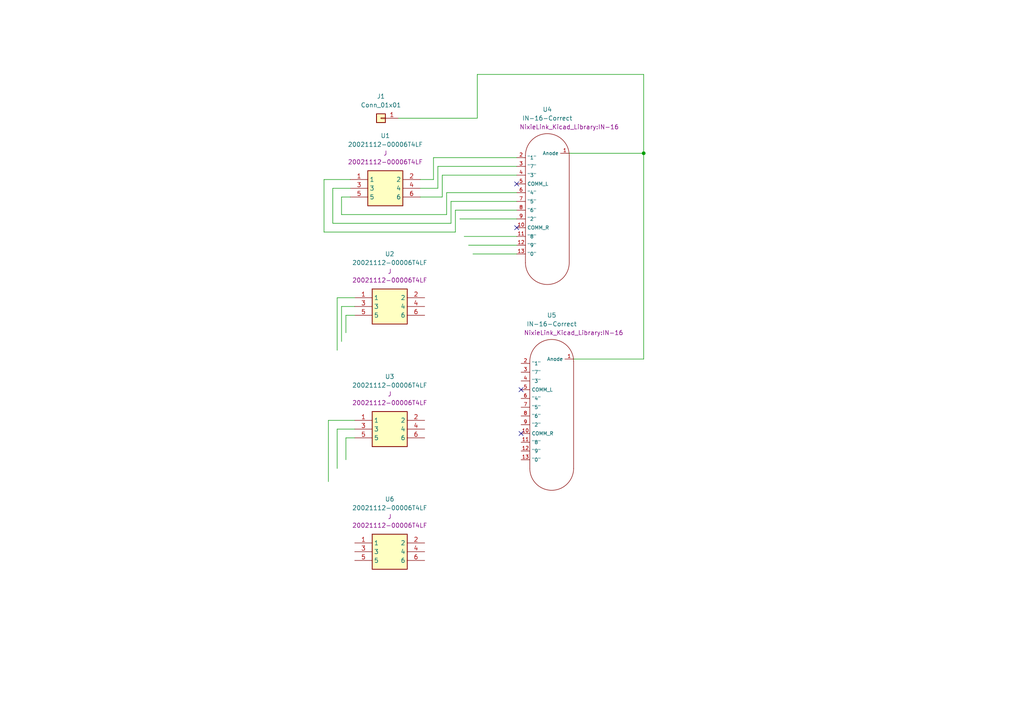
<source format=kicad_sch>
(kicad_sch (version 20211123) (generator eeschema)
  (paper "A4")
  (lib_symbols
    (symbol "20021112-00006T4LF:20021112-00006T4LF"
      (property "Value" "20021112-00006T4LF" (at 0 0 0))
      (property "Reference_1" "J" (at 16.51 7.62 0))
      (property "Value_1" "20021112-00006T4LF" (at 16.51 5.08 0))
      (symbol "20021112-00006T4LF_1_1"
        (rectangle (start 5.08 2.54) (end 15.24 -7.62) (stroke (width 0.254)) (fill (type background)))
        (pin passive line (at 0 0 0) (length 5.08) (name "1") (number "1"))
        (pin passive line (at 20.32 0 180) (length 5.08) (name "2") (number "2"))
        (pin passive line (at 0 -2.54 0) (length 5.08) (name "3") (number "3"))
        (pin passive line (at 20.32 -2.54 180) (length 5.08) (name "4") (number "4"))
        (pin passive line (at 0 -5.08 0) (length 5.08) (name "5") (number "5"))
        (pin passive line (at 20.32 -5.08 180) (length 5.08) (name "6") (number "6"))
      )
    )
    (symbol "Connector_Generic:Conn_01x01" (pin_names (offset 1.016) hide)
      (property "Reference" "J" (at 0 2.54 0))
      (property "Value" "Conn_01x01" (at 0 -2.54 0))
      (symbol "Conn_01x01_1_1"
        (rectangle (start -1.27 0.127) (end 0 -0.127) (stroke (width 0.1524)))
        (rectangle (start -1.27 1.27) (end 1.27 -1.27) (stroke (width 0.254)) (fill (type background)))
        (pin passive line (at -5.08 0 0) (length 3.81) (name "Pin_1") (number "1"))
      )
    )
    (symbol "NixieLink_Kicad_Library:IN-16-Correct"
      (property "Reference" "U" (at 0 22.86 0))
      (property "Value" "IN-16-Correct" (at 1.27 26.67 0))
      (symbol "IN-16-Correct_1_0"
        (polyline (pts (xy -6.35 -16.51) (xy -6.35 14.605)))
        (polyline (pts (xy 6.35 -16.51) (xy 6.35 14.605)))
      )
      (symbol "IN-16-Correct_1_1"
        (arc (start -6.35 -16.51) (mid 0 -22.86) (end 6.35 -16.51))
        (arc (start 6.35 14.605) (mid 0 20.955) (end -6.35 14.605))
        (pin bidirectional line (at 6.35 15.24 180) (length 2.54) (name "Anode") (number "1"))
        (pin bidirectional line (at -8.89 -6.35 0) (length 2.54) (name "COMM_R") (number "10"))
        (pin bidirectional line (at -8.89 -8.89 0) (length 2.54) (name "\"8\"") (number "11"))
        (pin bidirectional line (at -8.89 -11.43 0) (length 2.54) (name "\"9\"") (number "12"))
        (pin bidirectional line (at -8.89 -13.97 0) (length 2.54) (name "\"0\"") (number "13"))
        (pin bidirectional line (at -8.89 13.97 0) (length 2.54) (name "\"1\"") (number "2"))
        (pin bidirectional line (at -8.89 11.43 0) (length 2.54) (name "\"7\"") (number "3"))
        (pin bidirectional line (at -8.89 8.89 0) (length 2.54) (name "\"3\"") (number "4"))
        (pin bidirectional line (at -8.89 6.35 0) (length 2.54) (name "COMM_L") (number "5"))
        (pin bidirectional line (at -8.89 3.81 0) (length 2.54) (name "\"4\"") (number "6"))
        (pin bidirectional line (at -8.89 1.27 0) (length 2.54) (name "\"5\"") (number "7"))
        (pin bidirectional line (at -8.89 -1.27 0) (length 2.54) (name "\"6\"") (number "8"))
        (pin bidirectional line (at -8.89 -3.81 0) (length 2.54) (name "\"2\"") (number "9"))
      )
    )
  )
  (junction (at 186.69 44.45))
  (no_connect (at 149.86 66.04))
  (no_connect (at 151.13 125.73))
  (no_connect (at 151.13 113.03))
  (no_connect (at 149.86 53.34))
  (wire (pts (xy 186.69 104.14) (xy 186.69 44.45)))
  (wire (pts (xy 97.79 135.89) (xy 97.79 124.46)))
  (wire (pts (xy 93.98 52.07) (xy 101.6 52.07)))
  (wire (pts (xy 99.06 62.23) (xy 99.06 57.15)))
  (wire (pts (xy 100.33 91.44) (xy 102.87 91.44)))
  (wire (pts (xy 99.06 57.15) (xy 101.6 57.15)))
  (wire (pts (xy 125.73 45.72) (xy 125.73 52.07)))
  (wire (pts (xy 125.73 52.07) (xy 121.92 52.07)))
  (wire (pts (xy 121.92 54.61) (xy 127 54.61)))
  (wire (pts (xy 96.52 64.77) (xy 130.81 64.77)))
  (wire (pts (xy 130.81 58.42) (xy 149.86 58.42)))
  (wire (pts (xy 99.06 88.9) (xy 99.06 99.06)))
  (wire (pts (xy 186.69 44.45) (xy 186.69 21.59)))
  (wire (pts (xy 127 54.61) (xy 127 48.26)))
  (wire (pts (xy 128.27 50.8) (xy 128.27 57.15)))
  (wire (pts (xy 132.08 60.96) (xy 132.08 67.31)))
  (wire (pts (xy 102.87 127) (xy 100.33 127)))
  (wire (pts (xy 149.86 60.96) (xy 132.08 60.96)))
  (wire (pts (xy 149.86 63.5) (xy 133.35 63.5)))
  (wire (pts (xy 132.08 67.31) (xy 93.98 67.31)))
  (wire (pts (xy 166.37 104.14) (xy 186.69 104.14)))
  (wire (pts (xy 97.79 124.46) (xy 102.87 124.46)))
  (wire (pts (xy 100.33 127) (xy 100.33 133.35)))
  (wire (pts (xy 102.87 121.92) (xy 95.25 121.92)))
  (wire (pts (xy 137.16 73.66) (xy 149.86 73.66)))
  (wire (pts (xy 102.87 88.9) (xy 99.06 88.9)))
  (wire (pts (xy 186.69 21.59) (xy 138.43 21.59)))
  (wire (pts (xy 97.79 101.6) (xy 97.79 86.36)))
  (wire (pts (xy 130.81 64.77) (xy 130.81 58.42)))
  (wire (pts (xy 149.86 50.8) (xy 128.27 50.8)))
  (wire (pts (xy 100.33 96.52) (xy 100.33 91.44)))
  (wire (pts (xy 129.54 55.88) (xy 129.54 62.23)))
  (wire (pts (xy 138.43 34.29) (xy 115.57 34.29)))
  (wire (pts (xy 165.1 44.45) (xy 186.69 44.45)))
  (wire (pts (xy 129.54 62.23) (xy 99.06 62.23)))
  (wire (pts (xy 93.98 67.31) (xy 93.98 52.07)))
  (wire (pts (xy 149.86 71.12) (xy 135.89 71.12)))
  (wire (pts (xy 95.25 121.92) (xy 95.25 139.7)))
  (wire (pts (xy 96.52 54.61) (xy 96.52 64.77)))
  (wire (pts (xy 128.27 57.15) (xy 121.92 57.15)))
  (wire (pts (xy 134.62 68.58) (xy 149.86 68.58)))
  (wire (pts (xy 97.79 86.36) (xy 102.87 86.36)))
  (wire (pts (xy 138.43 21.59) (xy 138.43 34.29)))
  (wire (pts (xy 127 48.26) (xy 149.86 48.26)))
  (wire (pts (xy 101.6 54.61) (xy 96.52 54.61)))
  (wire (pts (xy 149.86 45.72) (xy 125.73 45.72)))
  (wire (pts (xy 149.86 55.88) (xy 129.54 55.88)))
  (symbol (lib_id "NixieLink_Kicad_Library:IN-16-Correct") (at 158.75 59.69 0) (unit 1)
    (property "Reference" "U4" (at 158.75 31.75 0))
    (property "Value" "IN-16-Correct" (at 158.75 34.29 0))
    (property "Footprint" "NixieLink_Kicad_Library:IN-16" (at 165.1 36.83 0))
  )
  (symbol (lib_id "NixieLink_Kicad_Library:IN-16-Correct") (at 160.02 119.38 0) (unit 1)
    (property "Reference" "U5" (at 160.02 91.44 0))
    (property "Value" "IN-16-Correct" (at 160.02 93.98 0))
    (property "Footprint" "NixieLink_Kicad_Library:IN-16" (at 166.37 96.52 0))
  )
  (symbol (lib_id "20021112-00006T4LF:20021112-00006T4LF") (at 102.87 157.48 0) (unit 1)
    (property "Reference" "U6" (at 113.03 144.78 0))
    (property "Value" "20021112-00006T4LF" (at 113.03 147.32 0))
    (property "Footprint" "NixieLink_Kicad_Library:2002111200006T4LF" (effects hide))
    (property "Reference_1" "J" (at 113.03 149.86 0))
    (property "Value_1" "20021112-00006T4LF" (at 113.03 152.4 0))
    (property "Footprint_1" "2002111200006T4LF" (effects hide))
    (property "Datasheet_1" "https://cdn.amphenol-cs.com/media/wysiwyg/files/drawing/20021112.pdf" (effects hide))
    (property "Height" "3.63" (effects hide))
    (property "Mouser Part Number" "649-20211120006T4LF" (effects hide))
    (property "Mouser Price/Stock" "https://www.mouser.co.uk/ProductDetail/Amphenol-FCI/20021112-00006T4LF?qs=nwYJ12Fl9gRGe8bsrklHCw%3D%3D" (effects hide))
    (property "Manufacturer_Name" "Amphenol Communications Solutions" (effects hide))
    (property "Manufacturer_Part_Number" "20021112-00006T4LF" (effects hide))
  )
  (symbol (lib_id "20021112-00006T4LF:20021112-00006T4LF") (at 102.87 86.36 0) (unit 1)
    (property "Reference" "U2" (at 113.03 73.66 0))
    (property "Value" "20021112-00006T4LF" (at 113.03 76.2 0))
    (property "Footprint" "NixieLink_Kicad_Library:2002111200006T4LF" (effects hide))
    (property "Reference_1" "J" (at 113.03 78.74 0))
    (property "Value_1" "20021112-00006T4LF" (at 113.03 81.28 0))
    (property "Footprint_1" "2002111200006T4LF" (effects hide))
    (property "Datasheet_1" "https://cdn.amphenol-cs.com/media/wysiwyg/files/drawing/20021112.pdf" (effects hide))
    (property "Height" "3.63" (effects hide))
    (property "Mouser Part Number" "649-20211120006T4LF" (effects hide))
    (property "Mouser Price/Stock" "https://www.mouser.co.uk/ProductDetail/Amphenol-FCI/20021112-00006T4LF?qs=nwYJ12Fl9gRGe8bsrklHCw%3D%3D" (effects hide))
    (property "Manufacturer_Name" "Amphenol Communications Solutions" (effects hide))
    (property "Manufacturer_Part_Number" "20021112-00006T4LF" (effects hide))
  )
  (symbol (lib_id "20021112-00006T4LF:20021112-00006T4LF") (at 101.6 52.07 0) (unit 1)
    (property "Reference" "U1" (at 111.76 39.37 0))
    (property "Value" "20021112-00006T4LF" (at 111.76 41.91 0))
    (property "Footprint" "NixieLink_Kicad_Library:2002111200006T4LF" (effects hide))
    (property "Reference_1" "J" (at 111.76 44.45 0))
    (property "Value_1" "20021112-00006T4LF" (at 111.76 46.99 0))
    (property "Footprint_1" "2002111200006T4LF" (effects hide))
    (property "Datasheet_1" "https://cdn.amphenol-cs.com/media/wysiwyg/files/drawing/20021112.pdf" (effects hide))
    (property "Height" "3.63" (effects hide))
    (property "Mouser Part Number" "649-20211120006T4LF" (effects hide))
    (property "Mouser Price/Stock" "https://www.mouser.co.uk/ProductDetail/Amphenol-FCI/20021112-00006T4LF?qs=nwYJ12Fl9gRGe8bsrklHCw%3D%3D" (effects hide))
    (property "Manufacturer_Name" "Amphenol Communications Solutions" (effects hide))
    (property "Manufacturer_Part_Number" "20021112-00006T4LF" (effects hide))
  )
  (symbol (lib_id "20021112-00006T4LF:20021112-00006T4LF") (at 102.87 121.92 0) (unit 1)
    (property "Reference" "U3" (at 113.03 109.22 0))
    (property "Value" "20021112-00006T4LF" (at 113.03 111.76 0))
    (property "Footprint" "NixieLink_Kicad_Library:2002111200006T4LF" (effects hide))
    (property "Reference_1" "J" (at 113.03 114.3 0))
    (property "Value_1" "20021112-00006T4LF" (at 113.03 116.84 0))
    (property "Footprint_1" "2002111200006T4LF" (effects hide))
    (property "Datasheet_1" "https://cdn.amphenol-cs.com/media/wysiwyg/files/drawing/20021112.pdf" (effects hide))
    (property "Height" "3.63" (effects hide))
    (property "Mouser Part Number" "649-20211120006T4LF" (effects hide))
    (property "Mouser Price/Stock" "https://www.mouser.co.uk/ProductDetail/Amphenol-FCI/20021112-00006T4LF?qs=nwYJ12Fl9gRGe8bsrklHCw%3D%3D" (effects hide))
    (property "Manufacturer_Name" "Amphenol Communications Solutions" (effects hide))
    (property "Manufacturer_Part_Number" "20021112-00006T4LF" (effects hide))
  )
  (symbol (lib_id "Connector_Generic:Conn_01x01") (at 110.49 34.29 180) (unit 1)
    (property "Reference" "J1" (at 110.49 27.94 0))
    (property "Value" "Conn_01x01" (at 110.49 30.48 0))
  )
)
</source>
